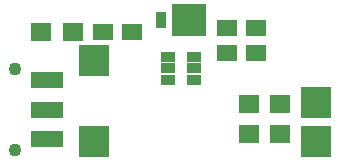
<source format=gts>
G04 #@! TF.FileFunction,Soldermask,Top*
%FSLAX46Y46*%
G04 Gerber Fmt 4.6, Leading zero omitted, Abs format (unit mm)*
G04 Created by KiCad (PCBNEW 4.0.2-stable) date 3/12/2016 11:36:09 PM*
%MOMM*%
G01*
G04 APERTURE LIST*
%ADD10C,0.100000*%
%ADD11R,2.700000X1.400000*%
%ADD12C,1.100000*%
%ADD13R,1.700000X1.450000*%
%ADD14R,2.870000X2.740000*%
%ADD15R,0.962000X1.470000*%
%ADD16R,1.700000X1.500000*%
%ADD17R,1.260000X0.850000*%
%ADD18C,0.025400*%
G04 APERTURE END LIST*
D10*
D11*
X153797000Y-105537000D03*
X153797000Y-103037000D03*
X153797000Y-108037000D03*
D12*
X151047000Y-102137000D03*
X151047000Y-108937000D03*
D13*
X168993500Y-100787200D03*
X171493500Y-100787200D03*
X168993500Y-98615500D03*
X171493500Y-98615500D03*
D14*
X165800000Y-97980500D03*
D15*
X163449000Y-97980500D03*
D13*
X158516000Y-98933000D03*
X161016000Y-98933000D03*
D16*
X173562000Y-107632500D03*
X170862000Y-107632500D03*
X173562000Y-105092500D03*
X170862000Y-105092500D03*
X155972500Y-98933000D03*
X153272500Y-98933000D03*
D17*
X164020500Y-101094500D03*
X164020500Y-102044500D03*
X164020500Y-102994500D03*
X166220500Y-102994500D03*
X166220500Y-101094500D03*
X166220500Y-102044500D03*
D18*
G36*
X177787300Y-109461300D02*
X175272700Y-109461300D01*
X175272700Y-106946700D01*
X177787300Y-106946700D01*
X177787300Y-109461300D01*
X177787300Y-109461300D01*
G37*
X177787300Y-109461300D02*
X175272700Y-109461300D01*
X175272700Y-106946700D01*
X177787300Y-106946700D01*
X177787300Y-109461300D01*
G36*
X177787300Y-106159300D02*
X175272700Y-106159300D01*
X175272700Y-103644700D01*
X177787300Y-103644700D01*
X177787300Y-106159300D01*
X177787300Y-106159300D01*
G37*
X177787300Y-106159300D02*
X175272700Y-106159300D01*
X175272700Y-103644700D01*
X177787300Y-103644700D01*
X177787300Y-106159300D01*
G36*
X158991300Y-109461300D02*
X156476700Y-109461300D01*
X156476700Y-106946700D01*
X158991300Y-106946700D01*
X158991300Y-109461300D01*
X158991300Y-109461300D01*
G37*
X158991300Y-109461300D02*
X156476700Y-109461300D01*
X156476700Y-106946700D01*
X158991300Y-106946700D01*
X158991300Y-109461300D01*
G36*
X158991300Y-102603300D02*
X156476700Y-102603300D01*
X156476700Y-100088700D01*
X158991300Y-100088700D01*
X158991300Y-102603300D01*
X158991300Y-102603300D01*
G37*
X158991300Y-102603300D02*
X156476700Y-102603300D01*
X156476700Y-100088700D01*
X158991300Y-100088700D01*
X158991300Y-102603300D01*
M02*

</source>
